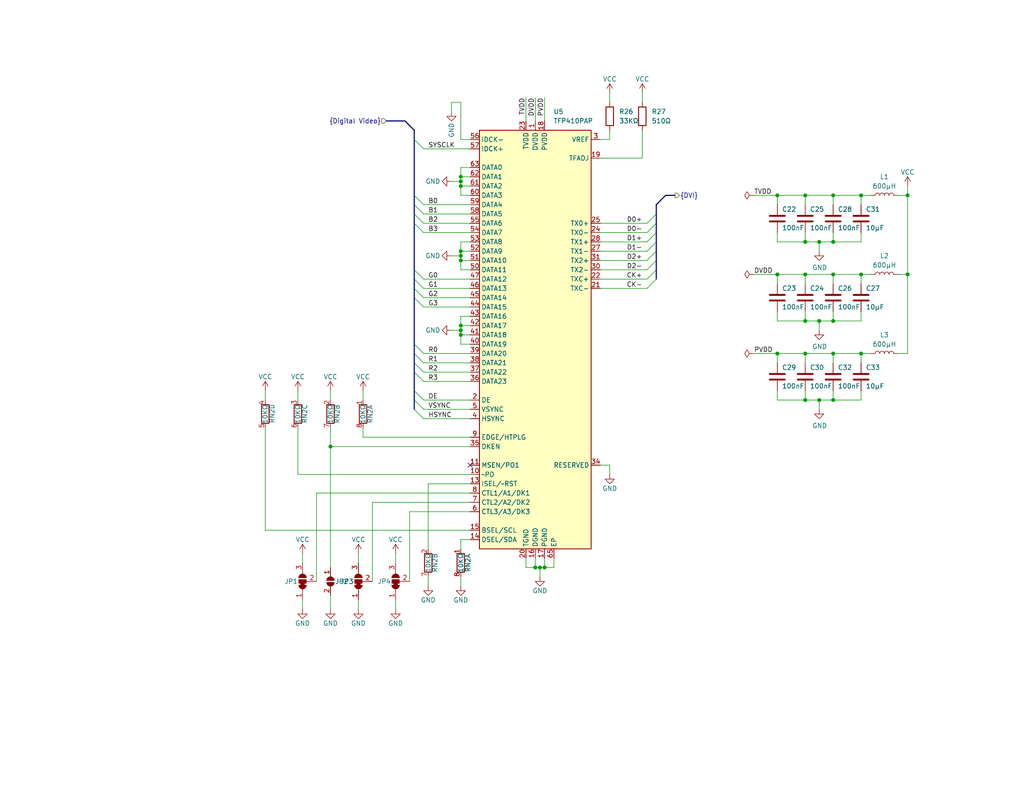
<source format=kicad_sch>
(kicad_sch (version 20230121) (generator eeschema)
  (paper "USLetter")
  (lib_symbols
    (symbol "Device:R_Pack04_Split" (pin_names (offset 0) hide)
      (property "Reference" "RN" (at 2.032 0 90))
      (property "Value" "R_Pack04_Split" (at 0 0 90))
      (symbol "R_Pack04_Split_0_1"
        (rectangle (start 1.016 2.54) (end -1.016 -2.54) (stroke (width 0.254)))
      )
      (symbol "R_Pack04_Split_1_1"
        (pin passive line (at 0 -3.81 90) (length 1.27) (name "R1.1") (number "1"))
        (pin passive line (at 0 3.81 270) (length 1.27) (name "R1.2") (number "8"))
      )
      (symbol "R_Pack04_Split_2_1"
        (pin passive line (at 0 -3.81 90) (length 1.27) (name "R2.1") (number "2"))
        (pin passive line (at 0 3.81 270) (length 1.27) (name "R2.2") (number "7"))
      )
      (symbol "R_Pack04_Split_3_1"
        (pin passive line (at 0 -3.81 90) (length 1.27) (name "R3.1") (number "3"))
        (pin passive line (at 0 3.81 270) (length 1.27) (name "R3.2") (number "6"))
      )
      (symbol "R_Pack04_Split_4_1"
        (pin passive line (at 0 -3.81 90) (length 1.27) (name "R4.1") (number "4"))
        (pin passive line (at 0 3.81 270) (length 1.27) (name "R4.2") (number "5"))
      )
    )
    (symbol "Turaco:C" (pin_numbers hide) (pin_names (offset 0.254))
      (property "Reference" "C" (at 0.635 2.54 0))
      (property "Value" "C" (at 0.635 -2.54 0))
      (symbol "C_0_1"
        (polyline (pts (xy -2.032 -0.762) (xy 2.032 -0.762)) (stroke (width 0.508)))
        (polyline (pts (xy -2.032 0.762) (xy 2.032 0.762)) (stroke (width 0.508)))
      )
      (symbol "C_1_1"
        (pin passive line (at 0 3.81 270) (length 2.794) (name "~") (number "1"))
        (pin passive line (at 0 -3.81 90) (length 2.794) (name "~") (number "2"))
      )
    )
    (symbol "Turaco:L" (pin_numbers hide) (pin_names (offset 1.016) hide)
      (property "Reference" "L" (at -1.27 0 90))
      (property "Value" "L" (at 1.905 0 90))
      (symbol "L_0_1"
        (arc (start 0 -2.54) (mid 0.6323 -1.905) (end 0 -1.27))
        (arc (start 0 -1.27) (mid 0.6323 -0.635) (end 0 0))
        (arc (start 0 0) (mid 0.6323 0.635) (end 0 1.27))
        (arc (start 0 1.27) (mid 0.6323 1.905) (end 0 2.54))
      )
      (symbol "L_1_1"
        (pin passive line (at 0 3.81 270) (length 1.27) (name "1") (number "1"))
        (pin passive line (at 0 -3.81 90) (length 1.27) (name "2") (number "2"))
      )
    )
    (symbol "Turaco:R" (pin_numbers hide) (pin_names (offset 0))
      (property "Reference" "R" (at 2.032 0 90))
      (property "Value" "R" (at 0 0 90))
      (symbol "R_0_1"
        (rectangle (start -1.016 -2.54) (end 1.016 2.54) (stroke (width 0.254)))
      )
      (symbol "R_1_1"
        (pin passive line (at 0 3.81 270) (length 1.27) (name "~") (number "1"))
        (pin passive line (at 0 -3.81 90) (length 1.27) (name "~") (number "2"))
      )
    )
    (symbol "Turaco:SolderJumper_2_Open" (pin_names (offset 0) hide)
      (property "Reference" "JP" (at 0 2.032 0))
      (property "Value" "SolderJumper_2_Open" (at 0 -2.54 0))
      (symbol "SolderJumper_2_Open_0_1"
        (arc (start -0.254 1.016) (mid -1.2656 0) (end -0.254 -1.016))
        (arc (start -0.254 1.016) (mid -1.2656 0) (end -0.254 -1.016) (fill (type outline)))
        (polyline (pts (xy -0.254 1.016) (xy -0.254 -1.016)))
        (polyline (pts (xy 0.254 1.016) (xy 0.254 -1.016)))
        (arc (start 0.254 -1.016) (mid 1.2656 0) (end 0.254 1.016))
        (arc (start 0.254 -1.016) (mid 1.2656 0) (end 0.254 1.016) (fill (type outline)))
      )
      (symbol "SolderJumper_2_Open_1_1"
        (pin passive line (at -3.81 0 0) (length 2.54) (name "A") (number "1"))
        (pin passive line (at 3.81 0 180) (length 2.54) (name "B") (number "2"))
      )
    )
    (symbol "Turaco:SolderJumper_3_Bridged12" (pin_names (offset 0) hide)
      (property "Reference" "JP" (at -2.54 -2.54 0))
      (property "Value" "SolderJumper_3_Bridged12" (at 0 2.794 0))
      (symbol "SolderJumper_3_Bridged12_0_1"
        (rectangle (start -1.016 0.508) (end -0.508 -0.508) (fill (type outline)))
        (arc (start -1.016 1.016) (mid -2.0276 0) (end -1.016 -1.016))
        (arc (start -1.016 1.016) (mid -2.0276 0) (end -1.016 -1.016) (fill (type outline)))
        (rectangle (start -0.508 1.016) (end 0.508 -1.016) (fill (type outline)))
        (polyline (pts (xy -2.54 0) (xy -2.032 0)))
        (polyline (pts (xy -1.016 1.016) (xy -1.016 -1.016)))
        (polyline (pts (xy 0 -1.27) (xy 0 -1.016)))
        (polyline (pts (xy 1.016 1.016) (xy 1.016 -1.016)))
        (polyline (pts (xy 2.54 0) (xy 2.032 0)))
        (arc (start 1.016 -1.016) (mid 2.0276 0) (end 1.016 1.016))
        (arc (start 1.016 -1.016) (mid 2.0276 0) (end 1.016 1.016) (fill (type outline)))
      )
      (symbol "SolderJumper_3_Bridged12_1_1"
        (pin passive line (at -5.08 0 0) (length 2.54) (name "A") (number "1"))
        (pin passive line (at 0 -3.81 90) (length 2.54) (name "C") (number "2"))
        (pin passive line (at 5.08 0 180) (length 2.54) (name "B") (number "3"))
      )
    )
    (symbol "Turaco:TFP410PAP"
      (property "Reference" "U" (at -13.97 57.15 0))
      (property "Value" "TFP410PAP" (at 11.43 57.15 0))
      (symbol "TFP410PAP_0_1"
        (rectangle (start -15.24 55.88) (end 15.24 -58.42) (stroke (width 0.254)) (fill (type background)))
      )
      (symbol "TFP410PAP_1_1"
        (pin power_in line (at 0 58.42 270) (length 2.54) (name "DVDD") (number "1"))
        (pin input line (at -17.78 -38.1 0) (length 2.54) (name "~PD") (number "10"))
        (pin output line (at -17.78 -35.56 0) (length 2.54) (name "MSEN/PO1") (number "11"))
        (pin passive line (at 0 58.42 270) (length 2.54) hide (name "DVDD") (number "12"))
        (pin input line (at -17.78 -40.64 0) (length 2.54) (name "ISEL/~RST") (number "13"))
        (pin bidirectional line (at -17.78 -55.88 0) (length 2.54) (name "DSEL/SDA") (number "14"))
        (pin input line (at -17.78 -53.34 0) (length 2.54) (name "BSEL/SCL") (number "15"))
        (pin power_in line (at 0 -60.96 90) (length 2.54) (name "DGND") (number "16"))
        (pin power_in line (at 2.54 -60.96 90) (length 2.54) (name "PGND") (number "17"))
        (pin power_in line (at 2.54 58.42 270) (length 2.54) (name "PVDD") (number "18"))
        (pin input line (at 17.78 48.26 180) (length 2.54) (name "TFADJ") (number "19"))
        (pin input line (at -17.78 -17.78 0) (length 2.54) (name "DE") (number "2"))
        (pin power_in line (at -2.54 -60.96 90) (length 2.54) (name "TGND") (number "20"))
        (pin output line (at 17.78 12.7 180) (length 2.54) (name "TXC-") (number "21"))
        (pin output line (at 17.78 15.24 180) (length 2.54) (name "TXC+") (number "22"))
        (pin power_in line (at -2.54 58.42 270) (length 2.54) (name "TVDD") (number "23"))
        (pin output line (at 17.78 27.94 180) (length 2.54) (name "TX0-") (number "24"))
        (pin output line (at 17.78 30.48 180) (length 2.54) (name "TX0+") (number "25"))
        (pin passive line (at -2.54 -60.96 90) (length 2.54) hide (name "TGND") (number "26"))
        (pin output line (at 17.78 22.86 180) (length 2.54) (name "TX1-") (number "27"))
        (pin output line (at 17.78 25.4 180) (length 2.54) (name "TX1+") (number "28"))
        (pin passive line (at -2.54 58.42 270) (length 2.54) hide (name "TVDD") (number "29"))
        (pin input line (at 17.78 53.34 180) (length 2.54) (name "VREF") (number "3"))
        (pin output line (at 17.78 17.78 180) (length 2.54) (name "TX2-") (number "30"))
        (pin output line (at 17.78 20.32 180) (length 2.54) (name "TX2+") (number "31"))
        (pin passive line (at -2.54 -60.96 90) (length 2.54) hide (name "TGND") (number "32"))
        (pin passive line (at 0 58.42 270) (length 2.54) hide (name "DVDD") (number "33"))
        (pin input line (at 17.78 -35.56 180) (length 2.54) (name "RESERVED") (number "34"))
        (pin input line (at -17.78 -30.48 0) (length 2.54) (name "DKEN") (number "35"))
        (pin input line (at -17.78 -12.7 0) (length 2.54) (name "DATA23") (number "36"))
        (pin input line (at -17.78 -10.16 0) (length 2.54) (name "DATA22") (number "37"))
        (pin input line (at -17.78 -7.62 0) (length 2.54) (name "DATA21") (number "38"))
        (pin input line (at -17.78 -5.08 0) (length 2.54) (name "DATA20") (number "39"))
        (pin input line (at -17.78 -22.86 0) (length 2.54) (name "HSYNC") (number "4"))
        (pin input line (at -17.78 -2.54 0) (length 2.54) (name "DATA19") (number "40"))
        (pin input line (at -17.78 0 0) (length 2.54) (name "DATA18") (number "41"))
        (pin input line (at -17.78 2.54 0) (length 2.54) (name "DATA17") (number "42"))
        (pin input line (at -17.78 5.08 0) (length 2.54) (name "DATA16") (number "43"))
        (pin input line (at -17.78 7.62 0) (length 2.54) (name "DATA15") (number "44"))
        (pin input line (at -17.78 10.16 0) (length 2.54) (name "DATA14") (number "45"))
        (pin input line (at -17.78 12.7 0) (length 2.54) (name "DATA13") (number "46"))
        (pin input line (at -17.78 15.24 0) (length 2.54) (name "DATA12") (number "47"))
        (pin passive line (at 0 -60.96 90) (length 2.54) hide (name "DGND") (number "48"))
        (pin no_connect line (at 15.24 -33.02 180) (length 2.54) hide (name "NC") (number "49"))
        (pin input line (at -17.78 -20.32 0) (length 2.54) (name "VSYNC") (number "5"))
        (pin input line (at -17.78 17.78 0) (length 2.54) (name "DATA11") (number "50"))
        (pin input line (at -17.78 20.32 0) (length 2.54) (name "DATA10") (number "51"))
        (pin input line (at -17.78 22.86 0) (length 2.54) (name "DATA9") (number "52"))
        (pin input line (at -17.78 25.4 0) (length 2.54) (name "DATA8") (number "53"))
        (pin input line (at -17.78 27.94 0) (length 2.54) (name "DATA7") (number "54"))
        (pin input line (at -17.78 30.48 0) (length 2.54) (name "DATA6") (number "55"))
        (pin input line (at -17.78 53.34 0) (length 2.54) (name "IDCK-") (number "56"))
        (pin input line (at -17.78 50.8 0) (length 2.54) (name "IDCK+") (number "57"))
        (pin input line (at -17.78 33.02 0) (length 2.54) (name "DATA5") (number "58"))
        (pin input line (at -17.78 35.56 0) (length 2.54) (name "DATA4") (number "59"))
        (pin input line (at -17.78 -48.26 0) (length 2.54) (name "CTL3/A3/DK3") (number "6"))
        (pin input line (at -17.78 38.1 0) (length 2.54) (name "DATA3") (number "60"))
        (pin input line (at -17.78 40.64 0) (length 2.54) (name "DATA2") (number "61"))
        (pin input line (at -17.78 43.18 0) (length 2.54) (name "DATA1") (number "62"))
        (pin input line (at -17.78 45.72 0) (length 2.54) (name "DATA0") (number "63"))
        (pin passive line (at 0 -60.96 90) (length 2.54) hide (name "DGND") (number "64"))
        (pin power_in line (at 5.08 -60.96 90) (length 2.54) (name "EP") (number "65"))
        (pin input line (at -17.78 -45.72 0) (length 2.54) (name "CTL2/A2/DK2") (number "7"))
        (pin input line (at -17.78 -43.18 0) (length 2.54) (name "CTL1/A1/DK1") (number "8"))
        (pin input line (at -17.78 -27.94 0) (length 2.54) (name "EDGE/HTPLG") (number "9"))
      )
    )
    (symbol "power:GND" (power) (pin_names (offset 0))
      (property "Value" "GND" (at 0 -3.81 0))
      (symbol "GND_0_1"
        (polyline (pts (xy 0 0) (xy 0 -1.27) (xy 1.27 -1.27) (xy 0 -2.54) (xy -1.27 -1.27) (xy 0 -1.27)))
      )
      (symbol "GND_1_1"
        (pin power_in line (at 0 0 270) (length 0) hide (name "GND") (number "1"))
      )
    )
    (symbol "power:PWR_FLAG" (power) (pin_numbers hide) (pin_names (offset 0) hide)
      (property "Value" "PWR_FLAG" (at 0 3.81 0))
      (symbol "PWR_FLAG_0_0"
        (pin power_out line (at 0 0 90) (length 0) (name "pwr") (number "1"))
      )
      (symbol "PWR_FLAG_0_1"
        (polyline (pts (xy 0 0) (xy 0 1.27) (xy -1.016 1.905) (xy 0 2.54) (xy 1.016 1.905) (xy 0 1.27)))
      )
    )
    (symbol "power:VCC" (power) (pin_names (offset 0))
      (property "Value" "VCC" (at 0 3.81 0))
      (symbol "VCC_0_1"
        (polyline (pts (xy -0.762 1.27) (xy 0 2.54)))
        (polyline (pts (xy 0 0) (xy 0 2.54)))
        (polyline (pts (xy 0 2.54) (xy 0.762 1.27)))
      )
      (symbol "VCC_1_1"
        (pin power_in line (at 0 0 90) (length 0) hide (name "VCC") (number "1"))
      )
    )
  )
  (bus_alias "Digital Video" (members "R[0..3]" "G[0..3]" "B[0..3]" "HSYNC" "VSYNC" "SYSCLK" "DE"))
  (junction (at 219.71 96.52))
  (junction (at 125.73 50.8))
  (junction (at 125.73 49.53))
  (junction (at 212.09 53.34))
  (junction (at 227.33 109.22))
  (junction (at 212.09 96.52))
  (junction (at 227.33 53.34))
  (junction (at 212.09 74.93))
  (junction (at 90.17 121.92))
  (junction (at 125.73 88.9))
  (junction (at 125.73 90.17))
  (junction (at 234.95 74.93))
  (junction (at 148.59 154.94))
  (junction (at 247.65 53.34))
  (junction (at 219.71 87.63))
  (junction (at 223.52 66.04))
  (junction (at 227.33 66.04))
  (junction (at 147.32 154.94))
  (junction (at 125.73 91.44))
  (junction (at 223.52 87.63))
  (junction (at 247.65 74.93))
  (junction (at 223.52 109.22))
  (junction (at 234.95 53.34))
  (junction (at 146.05 154.94))
  (junction (at 125.73 68.58))
  (junction (at 219.71 53.34))
  (junction (at 234.95 96.52))
  (junction (at 125.73 48.26))
  (junction (at 219.71 109.22))
  (junction (at 219.71 74.93))
  (junction (at 219.71 66.04))
  (junction (at 227.33 74.93))
  (junction (at 227.33 87.63))
  (junction (at 125.73 69.85))
  (junction (at 125.73 71.12))
  (junction (at 227.33 96.52))
  (no_connect (at 128.27 127))
  (bus_entry (at 113.03 99.06) (size 2.54 2.54))
  (bus_entry (at 113.03 38.1) (size 2.54 2.54))
  (bus_entry (at 113.03 96.52) (size 2.54 2.54))
  (bus_entry (at 113.03 76.2) (size 2.54 2.54))
  (bus_entry (at 113.03 53.34) (size 2.54 2.54))
  (bus_entry (at 179.07 63.5) (size -2.54 2.54))
  (bus_entry (at 179.07 58.42) (size -2.54 2.54))
  (bus_entry (at 179.07 71.12) (size -2.54 2.54))
  (bus_entry (at 113.03 81.28) (size 2.54 2.54))
  (bus_entry (at 113.03 111.76) (size 2.54 2.54))
  (bus_entry (at 113.03 78.74) (size 2.54 2.54))
  (bus_entry (at 179.07 73.66) (size -2.54 2.54))
  (bus_entry (at 113.03 55.88) (size 2.54 2.54))
  (bus_entry (at 113.03 58.42) (size 2.54 2.54))
  (bus_entry (at 179.07 68.58) (size -2.54 2.54))
  (bus_entry (at 179.07 60.96) (size -2.54 2.54))
  (bus_entry (at 113.03 109.22) (size 2.54 2.54))
  (bus_entry (at 113.03 93.98) (size 2.54 2.54))
  (bus_entry (at 113.03 106.68) (size 2.54 2.54))
  (bus_entry (at 113.03 73.66) (size 2.54 2.54))
  (bus_entry (at 113.03 101.6) (size 2.54 2.54))
  (bus_entry (at 113.03 60.96) (size 2.54 2.54))
  (bus_entry (at 179.07 66.04) (size -2.54 2.54))
  (bus_entry (at 179.07 76.2) (size -2.54 2.54))
  (wire (pts (xy 72.39 144.78) (xy 128.27 144.78)))
  (wire (pts (xy 166.37 129.54) (xy 166.37 127)))
  (wire (pts (xy 223.52 66.04) (xy 223.52 68.58)))
  (bus (pts (xy 113.03 73.66) (xy 113.03 76.2)))
  (wire (pts (xy 219.71 96.52) (xy 219.71 99.06)))
  (wire (pts (xy 176.53 63.5) (xy 163.83 63.5)))
  (wire (pts (xy 146.05 154.94) (xy 146.05 152.4)))
  (wire (pts (xy 125.73 88.9) (xy 128.27 88.9)))
  (bus (pts (xy 113.03 101.6) (xy 113.03 106.68)))
  (wire (pts (xy 237.49 96.52) (xy 234.95 96.52)))
  (wire (pts (xy 163.83 127) (xy 166.37 127)))
  (wire (pts (xy 125.73 147.32) (xy 125.73 149.86)))
  (wire (pts (xy 245.11 96.52) (xy 247.65 96.52)))
  (wire (pts (xy 237.49 53.34) (xy 234.95 53.34)))
  (wire (pts (xy 166.37 25.4) (xy 166.37 27.94)))
  (wire (pts (xy 125.73 90.17) (xy 125.73 91.44)))
  (wire (pts (xy 125.73 147.32) (xy 128.27 147.32)))
  (wire (pts (xy 99.06 106.68) (xy 99.06 109.22)))
  (wire (pts (xy 212.09 74.93) (xy 212.09 77.47)))
  (bus (pts (xy 179.07 68.58) (xy 179.07 71.12)))
  (wire (pts (xy 111.76 139.7) (xy 128.27 139.7)))
  (wire (pts (xy 125.73 88.9) (xy 125.73 90.17)))
  (wire (pts (xy 81.28 116.84) (xy 81.28 129.54)))
  (wire (pts (xy 227.33 66.04) (xy 234.95 66.04)))
  (wire (pts (xy 125.73 71.12) (xy 128.27 71.12)))
  (wire (pts (xy 125.73 91.44) (xy 125.73 93.98)))
  (bus (pts (xy 179.07 63.5) (xy 179.07 66.04)))
  (bus (pts (xy 113.03 35.56) (xy 113.03 38.1)))
  (wire (pts (xy 125.73 45.72) (xy 128.27 45.72)))
  (wire (pts (xy 219.71 87.63) (xy 223.52 87.63)))
  (wire (pts (xy 125.73 66.04) (xy 128.27 66.04)))
  (wire (pts (xy 163.83 71.12) (xy 176.53 71.12)))
  (wire (pts (xy 219.71 53.34) (xy 227.33 53.34)))
  (bus (pts (xy 113.03 106.68) (xy 113.03 109.22)))
  (wire (pts (xy 107.95 163.83) (xy 107.95 166.37)))
  (wire (pts (xy 227.33 109.22) (xy 234.95 109.22)))
  (wire (pts (xy 176.53 78.74) (xy 163.83 78.74)))
  (wire (pts (xy 212.09 96.52) (xy 212.09 99.06)))
  (wire (pts (xy 72.39 116.84) (xy 72.39 144.78)))
  (wire (pts (xy 123.19 69.85) (xy 125.73 69.85)))
  (wire (pts (xy 212.09 109.22) (xy 219.71 109.22)))
  (bus (pts (xy 113.03 76.2) (xy 113.03 78.74)))
  (wire (pts (xy 125.73 50.8) (xy 125.73 53.34)))
  (wire (pts (xy 234.95 74.93) (xy 234.95 77.47)))
  (wire (pts (xy 227.33 96.52) (xy 234.95 96.52)))
  (wire (pts (xy 227.33 74.93) (xy 227.33 77.47)))
  (wire (pts (xy 90.17 116.84) (xy 90.17 121.92)))
  (wire (pts (xy 247.65 74.93) (xy 247.65 96.52)))
  (wire (pts (xy 247.65 53.34) (xy 247.65 74.93)))
  (wire (pts (xy 125.73 86.36) (xy 125.73 88.9)))
  (wire (pts (xy 115.57 78.74) (xy 128.27 78.74)))
  (wire (pts (xy 123.19 90.17) (xy 125.73 90.17)))
  (wire (pts (xy 125.73 93.98) (xy 128.27 93.98)))
  (wire (pts (xy 115.57 55.88) (xy 128.27 55.88)))
  (wire (pts (xy 125.73 86.36) (xy 128.27 86.36)))
  (wire (pts (xy 115.57 58.42) (xy 128.27 58.42)))
  (wire (pts (xy 212.09 53.34) (xy 219.71 53.34)))
  (wire (pts (xy 212.09 63.5) (xy 212.09 66.04)))
  (wire (pts (xy 143.51 154.94) (xy 143.51 152.4)))
  (bus (pts (xy 179.07 55.88) (xy 181.61 53.34)))
  (wire (pts (xy 125.73 45.72) (xy 125.73 48.26)))
  (wire (pts (xy 163.83 38.1) (xy 166.37 38.1)))
  (wire (pts (xy 115.57 81.28) (xy 128.27 81.28)))
  (wire (pts (xy 237.49 74.93) (xy 234.95 74.93)))
  (wire (pts (xy 205.74 74.93) (xy 212.09 74.93)))
  (wire (pts (xy 205.74 96.52) (xy 212.09 96.52)))
  (wire (pts (xy 116.84 157.48) (xy 116.84 160.02)))
  (wire (pts (xy 148.59 154.94) (xy 148.59 152.4)))
  (wire (pts (xy 245.11 53.34) (xy 247.65 53.34)))
  (bus (pts (xy 179.07 55.88) (xy 179.07 58.42)))
  (wire (pts (xy 219.71 96.52) (xy 227.33 96.52)))
  (wire (pts (xy 227.33 53.34) (xy 234.95 53.34)))
  (wire (pts (xy 212.09 96.52) (xy 219.71 96.52)))
  (wire (pts (xy 223.52 66.04) (xy 227.33 66.04)))
  (wire (pts (xy 125.73 38.1) (xy 128.27 38.1)))
  (wire (pts (xy 219.71 66.04) (xy 223.52 66.04)))
  (wire (pts (xy 146.05 26.67) (xy 146.05 33.02)))
  (wire (pts (xy 147.32 154.94) (xy 148.59 154.94)))
  (bus (pts (xy 110.49 33.02) (xy 105.41 33.02)))
  (wire (pts (xy 205.74 53.34) (xy 212.09 53.34)))
  (wire (pts (xy 125.73 48.26) (xy 128.27 48.26)))
  (wire (pts (xy 115.57 96.52) (xy 128.27 96.52)))
  (wire (pts (xy 212.09 106.68) (xy 212.09 109.22)))
  (bus (pts (xy 113.03 93.98) (xy 113.03 96.52)))
  (wire (pts (xy 115.57 63.5) (xy 128.27 63.5)))
  (wire (pts (xy 115.57 76.2) (xy 128.27 76.2)))
  (wire (pts (xy 115.57 104.14) (xy 128.27 104.14)))
  (wire (pts (xy 234.95 96.52) (xy 234.95 99.06)))
  (wire (pts (xy 111.76 139.7) (xy 111.76 158.75)))
  (wire (pts (xy 227.33 53.34) (xy 227.33 55.88)))
  (wire (pts (xy 227.33 96.52) (xy 227.33 99.06)))
  (wire (pts (xy 125.73 69.85) (xy 125.73 71.12)))
  (wire (pts (xy 212.09 66.04) (xy 219.71 66.04)))
  (wire (pts (xy 115.57 99.06) (xy 128.27 99.06)))
  (wire (pts (xy 97.79 163.83) (xy 97.79 166.37)))
  (wire (pts (xy 125.73 53.34) (xy 128.27 53.34)))
  (wire (pts (xy 223.52 87.63) (xy 223.52 90.17)))
  (bus (pts (xy 113.03 109.22) (xy 113.03 111.76)))
  (wire (pts (xy 99.06 119.38) (xy 128.27 119.38)))
  (wire (pts (xy 125.73 73.66) (xy 128.27 73.66)))
  (bus (pts (xy 181.61 53.34) (xy 184.15 53.34)))
  (wire (pts (xy 212.09 87.63) (xy 219.71 87.63)))
  (wire (pts (xy 148.59 26.67) (xy 148.59 33.02)))
  (wire (pts (xy 107.95 151.13) (xy 107.95 153.67)))
  (bus (pts (xy 113.03 53.34) (xy 113.03 55.88)))
  (wire (pts (xy 166.37 35.56) (xy 166.37 38.1)))
  (wire (pts (xy 227.33 74.93) (xy 234.95 74.93)))
  (wire (pts (xy 72.39 106.68) (xy 72.39 109.22)))
  (wire (pts (xy 163.83 43.18) (xy 175.26 43.18)))
  (wire (pts (xy 223.52 109.22) (xy 227.33 109.22)))
  (wire (pts (xy 163.83 73.66) (xy 176.53 73.66)))
  (wire (pts (xy 115.57 83.82) (xy 128.27 83.82)))
  (wire (pts (xy 176.53 66.04) (xy 163.83 66.04)))
  (wire (pts (xy 101.6 137.16) (xy 128.27 137.16)))
  (wire (pts (xy 143.51 154.94) (xy 146.05 154.94)))
  (wire (pts (xy 148.59 154.94) (xy 151.13 154.94)))
  (wire (pts (xy 234.95 85.09) (xy 234.95 87.63)))
  (wire (pts (xy 219.71 53.34) (xy 219.71 55.88)))
  (wire (pts (xy 227.33 106.68) (xy 227.33 109.22)))
  (wire (pts (xy 227.33 85.09) (xy 227.33 87.63)))
  (wire (pts (xy 123.19 27.94) (xy 123.19 30.48)))
  (wire (pts (xy 212.09 74.93) (xy 219.71 74.93)))
  (bus (pts (xy 113.03 55.88) (xy 113.03 58.42)))
  (wire (pts (xy 115.57 101.6) (xy 128.27 101.6)))
  (wire (pts (xy 125.73 68.58) (xy 128.27 68.58)))
  (bus (pts (xy 179.07 71.12) (xy 179.07 73.66)))
  (wire (pts (xy 115.57 111.76) (xy 128.27 111.76)))
  (wire (pts (xy 82.55 163.83) (xy 82.55 166.37)))
  (wire (pts (xy 125.73 71.12) (xy 125.73 73.66)))
  (wire (pts (xy 245.11 74.93) (xy 247.65 74.93)))
  (wire (pts (xy 234.95 53.34) (xy 234.95 55.88)))
  (bus (pts (xy 113.03 38.1) (xy 113.03 53.34)))
  (wire (pts (xy 125.73 66.04) (xy 125.73 68.58)))
  (wire (pts (xy 223.52 109.22) (xy 223.52 111.76)))
  (bus (pts (xy 113.03 81.28) (xy 113.03 93.98)))
  (wire (pts (xy 212.09 53.34) (xy 212.09 55.88)))
  (bus (pts (xy 113.03 73.66) (xy 113.03 60.96)))
  (wire (pts (xy 234.95 106.68) (xy 234.95 109.22)))
  (wire (pts (xy 227.33 63.5) (xy 227.33 66.04)))
  (wire (pts (xy 81.28 129.54) (xy 128.27 129.54)))
  (wire (pts (xy 90.17 121.92) (xy 90.17 154.94)))
  (wire (pts (xy 176.53 68.58) (xy 163.83 68.58)))
  (wire (pts (xy 146.05 154.94) (xy 147.32 154.94)))
  (wire (pts (xy 234.95 63.5) (xy 234.95 66.04)))
  (wire (pts (xy 219.71 109.22) (xy 223.52 109.22)))
  (wire (pts (xy 116.84 132.08) (xy 128.27 132.08)))
  (wire (pts (xy 116.84 132.08) (xy 116.84 149.86)))
  (bus (pts (xy 113.03 81.28) (xy 113.03 78.74)))
  (wire (pts (xy 219.71 106.68) (xy 219.71 109.22)))
  (wire (pts (xy 151.13 154.94) (xy 151.13 152.4)))
  (wire (pts (xy 90.17 121.92) (xy 128.27 121.92)))
  (wire (pts (xy 101.6 137.16) (xy 101.6 158.75)))
  (wire (pts (xy 227.33 87.63) (xy 234.95 87.63)))
  (wire (pts (xy 176.53 76.2) (xy 163.83 76.2)))
  (wire (pts (xy 219.71 63.5) (xy 219.71 66.04)))
  (bus (pts (xy 110.49 33.02) (xy 113.03 35.56)))
  (wire (pts (xy 97.79 151.13) (xy 97.79 153.67)))
  (wire (pts (xy 125.73 49.53) (xy 125.73 50.8)))
  (wire (pts (xy 125.73 68.58) (xy 125.73 69.85)))
  (wire (pts (xy 82.55 151.13) (xy 82.55 153.67)))
  (bus (pts (xy 113.03 101.6) (xy 113.03 99.06)))
  (bus (pts (xy 179.07 73.66) (xy 179.07 76.2)))
  (wire (pts (xy 147.32 157.48) (xy 147.32 154.94)))
  (wire (pts (xy 175.26 35.56) (xy 175.26 43.18)))
  (bus (pts (xy 113.03 58.42) (xy 113.03 60.96)))
  (wire (pts (xy 90.17 162.56) (xy 90.17 166.37)))
  (wire (pts (xy 115.57 60.96) (xy 128.27 60.96)))
  (wire (pts (xy 223.52 87.63) (xy 227.33 87.63)))
  (wire (pts (xy 123.19 27.94) (xy 125.73 27.94)))
  (wire (pts (xy 219.71 85.09) (xy 219.71 87.63)))
  (wire (pts (xy 86.36 134.62) (xy 86.36 158.75)))
  (wire (pts (xy 115.57 109.22) (xy 128.27 109.22)))
  (wire (pts (xy 115.57 114.3) (xy 128.27 114.3)))
  (wire (pts (xy 81.28 106.68) (xy 81.28 109.22)))
  (wire (pts (xy 99.06 116.84) (xy 99.06 119.38)))
  (wire (pts (xy 247.65 53.34) (xy 247.65 50.8)))
  (wire (pts (xy 90.17 106.68) (xy 90.17 109.22)))
  (bus (pts (xy 113.03 96.52) (xy 113.03 99.06)))
  (bus (pts (xy 179.07 66.04) (xy 179.07 68.58)))
  (bus (pts (xy 179.07 58.42) (xy 179.07 60.96)))
  (wire (pts (xy 115.57 40.64) (xy 128.27 40.64)))
  (wire (pts (xy 123.19 49.53) (xy 125.73 49.53)))
  (wire (pts (xy 125.73 50.8) (xy 128.27 50.8)))
  (wire (pts (xy 176.53 60.96) (xy 163.83 60.96)))
  (wire (pts (xy 125.73 48.26) (xy 125.73 49.53)))
  (wire (pts (xy 219.71 74.93) (xy 227.33 74.93)))
  (wire (pts (xy 175.26 25.4) (xy 175.26 27.94)))
  (wire (pts (xy 86.36 134.62) (xy 128.27 134.62)))
  (wire (pts (xy 143.51 26.67) (xy 143.51 33.02)))
  (bus (pts (xy 179.07 60.96) (xy 179.07 63.5)))
  (wire (pts (xy 125.73 157.48) (xy 125.73 160.02)))
  (wire (pts (xy 219.71 74.93) (xy 219.71 77.47)))
  (wire (pts (xy 125.73 27.94) (xy 125.73 38.1)))
  (wire (pts (xy 212.09 85.09) (xy 212.09 87.63)))
  (wire (pts (xy 125.73 91.44) (xy 128.27 91.44)))
  (label "B1" (at 116.84 58.42 0))
  (label "D1+" (at 175.26 66.04 180))
  (label "G0" (at 116.84 76.2 0))
  (label "G3" (at 116.84 83.82 0))
  (label "DE" (at 116.84 109.22 0))
  (label "D2-" (at 175.26 73.66 180))
  (label "D2+" (at 175.26 71.12 180))
  (label "G1" (at 116.84 78.74 0))
  (label "R2" (at 116.84 101.6 0))
  (label "D0-" (at 175.26 63.5 180))
  (label "DVDD" (at 146.05 26.67 270))
  (label "R0" (at 116.84 96.52 0))
  (label "CK-" (at 175.26 78.74 180))
  (label "VSYNC" (at 116.84 111.76 0))
  (label "B3" (at 116.84 63.5 0))
  (label "CK+" (at 175.26 76.2 180))
  (label "G2" (at 116.84 81.28 0))
  (label "TVDD" (at 143.51 26.67 270))
  (label "TVDD" (at 205.74 53.34 0))
  (label "B2" (at 116.84 60.96 0))
  (label "DVDD" (at 205.74 74.93 0))
  (label "SYSCLK" (at 116.84 40.64 0))
  (label "R1" (at 116.84 99.06 0))
  (label "HSYNC" (at 116.84 114.3 0))
  (label "PVDD" (at 148.59 26.67 270))
  (label "D0+" (at 175.26 60.96 180))
  (label "PVDD" (at 205.74 96.52 0))
  (label "D1-" (at 175.26 68.58 180))
  (label "B0" (at 116.84 55.88 0))
  (label "R3" (at 116.84 104.14 0))
  (hierarchical_label "{Digital Video}" (shape input) (at 105.41 33.02 180))
  (hierarchical_label "{DVI}" (shape output) (at 184.15 53.34 0))
  (symbol (lib_id "power:PWR_FLAG") (at 205.74 53.34 90) (unit 1)
    (property "Reference" "#FLG03" (effects hide))
    (property "Value" "PWR_FLAG" (effects hide))
    (instances (project "Revision 2" (path "" (reference "#FLG03") (unit 1))) (project "dvi-12bit" (path "" (reference "#FLG01") (unit 1))))
  )
  (symbol (lib_id "power:GND") (at 125.73 160.02 0) (unit 1)
    (property "Reference" "#PWR076" (effects hide))
    (property "Value" "GND" (at 125.73 163.83 0))
  )
  (symbol (lib_id "Turaco:C") (at 219.71 102.87 0) (unit 1)
    (property "Reference" "C30" (at 220.98 100.3299 0) (effects (justify left)))
    (property "Value" "100nF" (at 220.98 105.4099 0) (effects (justify left)))
    (property "Footprint" "Capacitor_SMD:C_0402_1005Metric" (effects hide))
  )
  (symbol (lib_id "Turaco:SolderJumper_2_Open") (at 90.17 158.75 270) (unit 1)
    (property "Reference" "JP2" (at 91.44 158.7499 90) (effects (justify left)))
    (property "Value" "SolderJumper_2_Open" (effects hide))
    (property "Footprint" "Jumper:SolderJumper-2_P1.3mm_Open_Pad1.0x1.5mm" (effects hide))
  )
  (symbol (lib_id "power:GND") (at 82.55 166.37 0) (unit 1)
    (property "Reference" "#PWR063" (effects hide))
    (property "Value" "GND" (at 82.55 170.18 0))
  )
  (symbol (lib_id "Turaco:C") (at 219.71 59.69 0) (unit 1)
    (property "Reference" "C25" (at 220.98 57.1499 0) (effects (justify left)))
    (property "Value" "100nF" (at 220.98 62.2299 0) (effects (justify left)))
    (property "Footprint" "Capacitor_SMD:C_0402_1005Metric" (effects hide))
  )
  (symbol (lib_id "Turaco:C") (at 234.95 81.28 0) (unit 1)
    (property "Reference" "C27" (at 236.22 78.7399 0) (effects (justify left)))
    (property "Value" "10µF" (at 236.22 83.8199 0) (effects (justify left)))
    (property "Footprint" "Capacitor_SMD:C_0402_1005Metric" (effects hide))
  )
  (symbol (lib_id "power:VCC") (at 82.55 151.13 0) (unit 1)
    (property "Reference" "#PWR062" (effects hide))
    (property "Value" "VCC" (at 82.55 147.32 0))
  )
  (symbol (lib_id "power:VCC") (at 97.79 151.13 0) (unit 1)
    (property "Reference" "#PWR066" (effects hide))
    (property "Value" "VCC" (at 97.79 147.32 0))
  )
  (symbol (lib_id "Turaco:R") (at 175.26 31.75 0) (unit 1)
    (property "Reference" "R27" (at 177.8 30.4799 0) (effects (justify left)))
    (property "Value" "510Ω" (at 177.8 33.0199 0) (effects (justify left)))
  )
  (symbol (lib_id "power:GND") (at 223.52 111.76 0) (unit 1)
    (property "Reference" "#PWR083" (effects hide))
    (property "Value" "GND" (at 223.647 116.2304 0))
    (instances (project "Revision 2" (path "" (reference "#PWR083") (unit 1))) (project "dvi-12bit" (path "" (reference "#PWR0110") (unit 1))))
  )
  (symbol (lib_id "Turaco:C") (at 234.95 59.69 0) (unit 1)
    (property "Reference" "C31" (at 236.22 57.1499 0) (effects (justify left)))
    (property "Value" "10µF" (at 236.22 62.2299 0) (effects (justify left)))
    (property "Footprint" "Capacitor_SMD:C_0402_1005Metric" (effects hide))
  )
  (symbol (lib_id "Turaco:R") (at 166.37 31.75 0) (unit 1)
    (property "Reference" "R26" (at 168.91 30.4799 0) (effects (justify left)))
    (property "Value" "33KΩ" (at 168.91 33.0199 0) (effects (justify left)))
  )
  (symbol (lib_id "Device:R_Pack04_Split") (at 125.73 153.67 180) (unit 1)
    (property "Reference" "RN2" (at 127.6791 153.7003 90))
    (property "Value" "10KΩ" (at 125.73 153.67 90))
    (property "Footprint" "Resistor_SMD:R_Array_Concave_4x0402" (effects hide))
    (instances (project "Revision 2" (path "" (reference "RN2") (unit 1)) (path "" (reference "RN7") (unit 1))))
  )
  (symbol (lib_id "Turaco:L") (at 241.3 74.93 90) (unit 1)
    (property "Reference" "L2" (at 241.3 69.85 90))
    (property "Value" "600µH" (at 241.3 72.39 90))
    (property "Footprint" "Inductor_SMD:L_0603_1608Metric" (effects hide))
  )
  (symbol (lib_id "power:VCC") (at 81.28 106.68 0) (unit 1)
    (property "Reference" "#PWR061" (effects hide))
    (property "Value" "VCC" (at 81.28 102.87 0))
  )
  (symbol (lib_id "power:VCC") (at 72.39 106.68 0) (unit 1)
    (property "Reference" "#PWR060" (effects hide))
    (property "Value" "VCC" (at 72.39 102.87 0))
  )
  (symbol (lib_id "power:GND") (at 116.84 160.02 0) (unit 1)
    (property "Reference" "#PWR071" (effects hide))
    (property "Value" "GND" (at 116.84 163.83 0))
  )
  (symbol (lib_id "power:VCC") (at 107.95 151.13 0) (unit 1)
    (property "Reference" "#PWR069" (effects hide))
    (property "Value" "VCC" (at 107.95 147.32 0))
  )
  (symbol (lib_id "Turaco:SolderJumper_3_Bridged12") (at 82.55 158.75 90) (unit 1)
    (property "Reference" "JP1" (at 81.28 158.7499 90) (effects (justify left)))
    (property "Value" "SolderJumper_3_Bridged12" (effects hide))
    (property "Footprint" "Jumper:SolderJumper-3_P1.3mm_Bridged12_Pad1.0x1.5mm" (effects hide))
  )
  (symbol (lib_id "Turaco:C") (at 234.95 102.87 0) (unit 1)
    (property "Reference" "C33" (at 236.22 100.3299 0) (effects (justify left)))
    (property "Value" "10µF" (at 236.22 105.4099 0) (effects (justify left)))
    (property "Footprint" "Capacitor_SMD:C_0402_1005Metric" (effects hide))
  )
  (symbol (lib_id "Turaco:C") (at 227.33 59.69 0) (unit 1)
    (property "Reference" "C28" (at 228.6 57.1499 0) (effects (justify left)))
    (property "Value" "100nF" (at 228.6 62.2299 0) (effects (justify left)))
    (property "Footprint" "Capacitor_SMD:C_0402_1005Metric" (effects hide))
  )
  (symbol (lib_id "Turaco:C") (at 212.09 81.28 0) (unit 1)
    (property "Reference" "C23" (at 213.36 78.7399 0) (effects (justify left)))
    (property "Value" "100nF" (at 213.36 83.8199 0) (effects (justify left)))
    (property "Footprint" "Capacitor_SMD:C_0402_1005Metric" (effects hide))
  )
  (symbol (lib_id "power:GND") (at 123.19 69.85 270) (unit 1)
    (property "Reference" "#PWR074" (effects hide))
    (property "Value" "GND" (at 118.11 69.85 90))
  )
  (symbol (lib_id "power:GND") (at 90.17 166.37 0) (unit 1)
    (property "Reference" "#PWR065" (effects hide))
    (property "Value" "GND" (at 90.17 170.18 0))
  )
  (symbol (lib_id "power:GND") (at 223.52 68.58 0) (unit 1)
    (property "Reference" "#PWR081" (effects hide))
    (property "Value" "GND" (at 223.647 73.0504 0))
    (instances (project "Revision 2" (path "" (reference "#PWR081") (unit 1))) (project "dvi-12bit" (path "" (reference "#PWR0110") (unit 1))))
  )
  (symbol (lib_id "power:PWR_FLAG") (at 205.74 74.93 90) (unit 1)
    (property "Reference" "#FLG04" (effects hide))
    (property "Value" "PWR_FLAG" (effects hide))
    (instances (project "Revision 2" (path "" (reference "#FLG04") (unit 1))) (project "dvi-12bit" (path "" (reference "#FLG01") (unit 1))))
  )
  (symbol (lib_id "power:VCC") (at 99.06 106.68 0) (unit 1)
    (property "Reference" "#PWR068" (effects hide))
    (property "Value" "VCC" (at 99.06 102.87 0))
  )
  (symbol (lib_id "power:GND") (at 97.79 166.37 0) (unit 1)
    (property "Reference" "#PWR067" (effects hide))
    (property "Value" "GND" (at 97.79 170.18 0))
  )
  (symbol (lib_id "power:VCC") (at 247.65 50.8 0) (unit 1)
    (property "Reference" "#PWR084" (effects hide))
    (property "Value" "VCC" (at 247.65 46.99 0))
  )
  (symbol (lib_id "Turaco:L") (at 241.3 96.52 90) (unit 1)
    (property "Reference" "L3" (at 241.3 91.44 90))
    (property "Value" "600µH" (at 241.3 93.98 90))
    (property "Footprint" "Inductor_SMD:L_0603_1608Metric" (effects hide))
  )
  (symbol (lib_id "Turaco:SolderJumper_3_Bridged12") (at 97.79 158.75 90) (unit 1)
    (property "Reference" "JP3" (at 96.52 158.7499 90) (effects (justify left)))
    (property "Value" "SolderJumper_3_Bridged12" (effects hide))
    (property "Footprint" "Jumper:SolderJumper-3_P1.3mm_Bridged12_Pad1.0x1.5mm" (effects hide))
  )
  (symbol (lib_id "Turaco:C") (at 219.71 81.28 0) (unit 1)
    (property "Reference" "C24" (at 220.98 78.7399 0) (effects (justify left)))
    (property "Value" "100nF" (at 220.98 83.8199 0) (effects (justify left)))
    (property "Footprint" "Capacitor_SMD:C_0402_1005Metric" (effects hide))
  )
  (symbol (lib_id "Device:R_Pack04_Split") (at 81.28 113.03 180) (unit 3)
    (property "Reference" "RN2" (at 83.1621 112.9857 90))
    (property "Value" "10KΩ" (at 81.28 113.03 90))
    (property "Footprint" "Resistor_SMD:R_Array_Concave_4x0402" (effects hide))
    (instances (project "Revision 2" (path "" (reference "RN2") (unit 3)) (path "" (reference "RN6") (unit 3))))
  )
  (symbol (lib_id "power:GND") (at 123.19 49.53 270) (unit 1)
    (property "Reference" "#PWR073" (effects hide))
    (property "Value" "GND" (at 118.11 49.53 90))
  )
  (symbol (lib_id "Device:R_Pack04_Split") (at 72.39 113.03 180) (unit 4)
    (property "Reference" "RN2" (at 74.2386 112.9484 90))
    (property "Value" "10KΩ" (at 72.39 113.03 90))
    (property "Footprint" "Resistor_SMD:R_Array_Concave_4x0402" (effects hide))
    (instances (project "Revision 2" (path "" (reference "RN2") (unit 4)) (path "" (reference "RN6") (unit 4))))
  )
  (symbol (lib_id "power:PWR_FLAG") (at 205.74 96.52 90) (unit 1)
    (property "Reference" "#FLG05" (effects hide))
    (property "Value" "PWR_FLAG" (effects hide))
    (instances (project "Revision 2" (path "" (reference "#FLG05") (unit 1))) (project "dvi-12bit" (path "" (reference "#FLG01") (unit 1))))
  )
  (symbol (lib_id "power:GND") (at 223.52 90.17 0) (unit 1)
    (property "Reference" "#PWR082" (effects hide))
    (property "Value" "GND" (at 223.647 94.6404 0))
    (instances (project "Revision 2" (path "" (reference "#PWR082") (unit 1))) (project "dvi-12bit" (path "" (reference "#PWR0110") (unit 1))))
  )
  (symbol (lib_id "power:VCC") (at 166.37 25.4 0) (unit 1)
    (property "Reference" "#PWR078" (effects hide))
    (property "Value" "VCC" (at 166.37 21.59 0))
  )
  (symbol (lib_id "Turaco:SolderJumper_3_Bridged12") (at 107.95 158.75 90) (unit 1)
    (property "Reference" "JP4" (at 106.68 158.7499 90) (effects (justify left)))
    (property "Value" "SolderJumper_3_Bridged12" (effects hide))
    (property "Footprint" "Jumper:SolderJumper-3_P1.3mm_Bridged12_Pad1.0x1.5mm" (effects hide))
  )
  (symbol (lib_id "power:GND") (at 123.19 90.17 270) (unit 1)
    (property "Reference" "#PWR075" (effects hide))
    (property "Value" "GND" (at 118.11 90.17 90))
  )
  (symbol (lib_id "power:GND") (at 123.19 30.48 0) (unit 1)
    (property "Reference" "#PWR072" (effects hide))
    (property "Value" "GND" (at 123.19 35.56 90))
  )
  (symbol (lib_id "Device:R_Pack04_Split") (at 90.17 113.03 180) (unit 2)
    (property "Reference" "RN2" (at 92.011 113.023 90))
    (property "Value" "10KΩ" (at 90.17 113.03 90))
    (property "Footprint" "Resistor_SMD:R_Array_Concave_4x0402" (effects hide))
    (instances (project "Revision 2" (path "" (reference "RN2") (unit 2)) (path "" (reference "RN6") (unit 2))))
  )
  (symbol (lib_id "power:GND") (at 107.95 166.37 0) (unit 1)
    (property "Reference" "#PWR070" (effects hide))
    (property "Value" "GND" (at 107.95 170.18 0))
  )
  (symbol (lib_id "Device:R_Pack04_Split") (at 116.84 153.67 180) (unit 2)
    (property "Reference" "RN2" (at 118.681 153.663 90))
    (property "Value" "10KΩ" (at 116.84 153.67 90))
    (property "Footprint" "Resistor_SMD:R_Array_Concave_4x0402" (effects hide))
    (instances (project "Revision 2" (path "" (reference "RN2") (unit 2)) (path "" (reference "RN7") (unit 2))))
  )
  (symbol (lib_id "power:VCC") (at 175.26 25.4 0) (unit 1)
    (property "Reference" "#PWR080" (effects hide))
    (property "Value" "VCC" (at 175.26 21.59 0))
  )
  (symbol (lib_id "Turaco:C") (at 212.09 59.69 0) (unit 1)
    (property "Reference" "C22" (at 213.36 57.1499 0) (effects (justify left)))
    (property "Value" "100nF" (at 213.36 62.2299 0) (effects (justify left)))
    (property "Footprint" "Capacitor_SMD:C_0402_1005Metric" (effects hide))
  )
  (symbol (lib_id "Turaco:L") (at 241.3 53.34 90) (unit 1)
    (property "Reference" "L1" (at 241.3 48.26 90))
    (property "Value" "600µH" (at 241.3 50.8 90))
    (property "Footprint" "Inductor_SMD:L_0603_1608Metric" (effects hide))
  )
  (symbol (lib_id "Turaco:C") (at 227.33 81.28 0) (unit 1)
    (property "Reference" "C26" (at 228.6 78.7399 0) (effects (justify left)))
    (property "Value" "100nF" (at 228.6 83.8199 0) (effects (justify left)))
    (property "Footprint" "Capacitor_SMD:C_0402_1005Metric" (effects hide))
  )
  (symbol (lib_id "power:VCC") (at 90.17 106.68 0) (unit 1)
    (property "Reference" "#PWR064" (effects hide))
    (property "Value" "VCC" (at 90.17 102.87 0))
  )
  (symbol (lib_id "Device:R_Pack04_Split") (at 99.06 113.03 180) (unit 1)
    (property "Reference" "RN2" (at 101.0091 113.0603 90))
    (property "Value" "10KΩ" (at 99.06 113.03 90))
    (property "Footprint" "Resistor_SMD:R_Array_Concave_4x0402" (effects hide))
    (instances (project "Revision 2" (path "" (reference "RN2") (unit 1)) (path "" (reference "RN6") (unit 1))))
  )
  (symbol (lib_id "power:GND") (at 147.32 157.48 0) (unit 1)
    (property "Reference" "#PWR077" (effects hide))
    (property "Value" "GND" (at 147.32 161.29 0))
  )
  (symbol (lib_id "Turaco:TFP410PAP") (at 146.05 91.44 0) (unit 1)
    (property "Reference" "U5" (at 151.0126 30.48 0) (effects (justify left)))
    (property "Value" "TFP410PAP" (at 151.0126 33.02 0) (effects (justify left)))
    (property "Datasheet" "http://www.ti.com/lit/ds/symlink/tfp410.pdf" (effects hide))
  )
  (symbol (lib_id "Turaco:C") (at 212.09 102.87 0) (unit 1)
    (property "Reference" "C29" (at 213.36 100.3299 0) (effects (justify left)))
    (property "Value" "100nF" (at 213.36 105.4099 0) (effects (justify left)))
    (property "Footprint" "Capacitor_SMD:C_0402_1005Metric" (effects hide))
  )
  (symbol (lib_id "Turaco:C") (at 227.33 102.87 0) (unit 1)
    (property "Reference" "C32" (at 228.6 100.3299 0) (effects (justify left)))
    (property "Value" "100nF" (at 228.6 105.4099 0) (effects (justify left)))
    (property "Footprint" "Capacitor_SMD:C_0402_1005Metric" (effects hide))
  )
  (symbol (lib_id "power:GND") (at 166.37 129.54 0) (unit 1)
    (property "Reference" "#PWR079" (effects hide))
    (property "Value" "GND" (at 166.37 133.35 0))
  )
)
</source>
